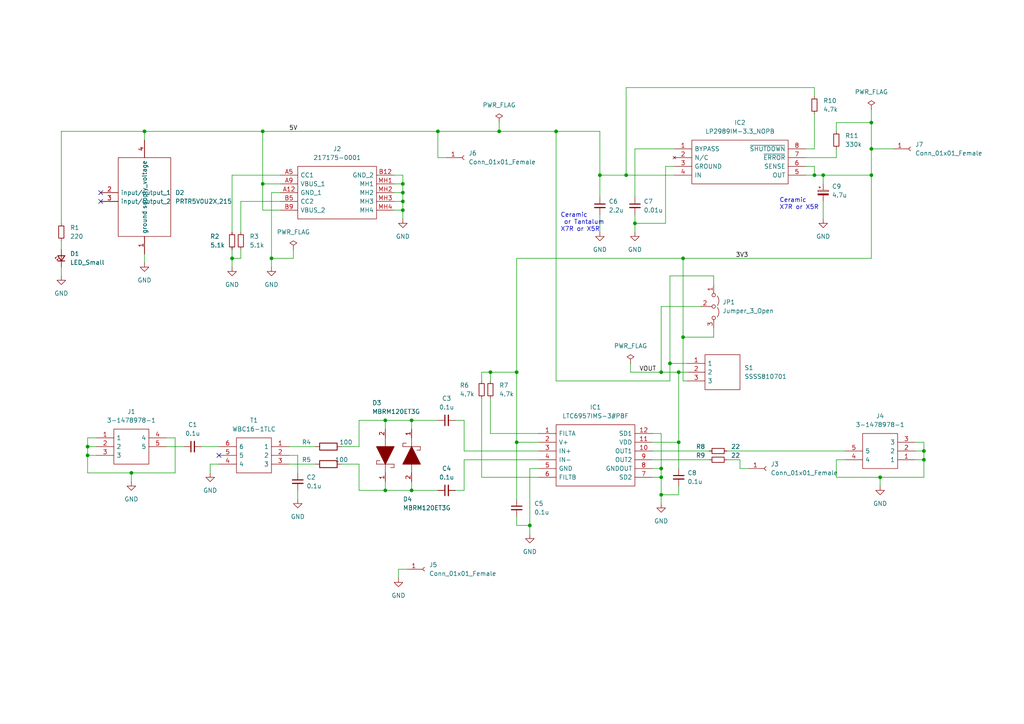
<source format=kicad_sch>
(kicad_sch (version 20211123) (generator eeschema)
  (paper "A4")
  (title_block (title "mt_signallevelconv") (date "2022-02-06") (rev "0.1") (comment 1 "(C) Masayuki Takagiwa"))
  (lib_symbols
    (symbol "Connector:Conn_01x01_Female" (pin_names (offset 1.016) hide)
      (property "Reference" "J" (at 0 2.54 0))
      (property "Value" "Conn_01x01_Female" (at 0 -2.54 0))
      (symbol "Conn_01x01_Female_1_1"
        (polyline (pts (xy -1.27 0) (xy -0.508 0)) (stroke (width 0.1524)))
        (arc (start 0 0.508) (mid -0.508 0) (end 0 -0.508) (stroke (width 0.1524)))
        (pin passive line (at -5.08 0 0) (length 3.81) (name "Pin_1") (number "1"))
      )
    )
    (symbol "Device:C_Polarized_Small" (pin_numbers hide) (pin_names (offset 0.254) hide)
      (property "Reference" "C" (at 0.254 1.778 0))
      (property "Value" "C_Polarized_Small" (at 0.254 -2.032 0))
      (symbol "C_Polarized_Small_0_1"
        (rectangle (start -1.524 -0.3048) (end 1.524 -0.6858) (fill (type outline)))
        (rectangle (start -1.524 0.6858) (end 1.524 0.3048))
        (polyline (pts (xy -1.27 1.524) (xy -0.762 1.524)))
        (polyline (pts (xy -1.016 1.27) (xy -1.016 1.778)))
      )
      (symbol "C_Polarized_Small_1_1"
        (pin passive line (at 0 2.54 270) (length 1.8542) (name "~") (number "1"))
        (pin passive line (at 0 -2.54 90) (length 1.8542) (name "~") (number "2"))
      )
    )
    (symbol "Device:C_Small" (pin_numbers hide) (pin_names (offset 0.254) hide)
      (property "Reference" "C" (at 0.254 1.778 0))
      (property "Value" "C_Small" (at 0.254 -2.032 0))
      (symbol "C_Small_0_1"
        (polyline (pts (xy -1.524 -0.508) (xy 1.524 -0.508)) (stroke (width 0.3302)))
        (polyline (pts (xy -1.524 0.508) (xy 1.524 0.508)) (stroke (width 0.3048)))
      )
      (symbol "C_Small_1_1"
        (pin passive line (at 0 2.54 270) (length 2.032) (name "~") (number "1"))
        (pin passive line (at 0 -2.54 90) (length 2.032) (name "~") (number "2"))
      )
    )
    (symbol "Device:LED_Small" (pin_numbers hide) (pin_names (offset 0.254) hide)
      (property "Reference" "D" (at -1.27 3.175 0))
      (property "Value" "LED_Small" (at -4.445 -2.54 0))
      (symbol "LED_Small_0_1"
        (polyline (pts (xy -0.762 -1.016) (xy -0.762 1.016)) (stroke (width 0.254)))
        (polyline (pts (xy 1.016 0) (xy -0.762 0)))
        (polyline (pts (xy 0.762 -1.016) (xy -0.762 0) (xy 0.762 1.016) (xy 0.762 -1.016)) (stroke (width 0.254)))
        (polyline (pts (xy 0 0.762) (xy -0.508 1.27) (xy -0.254 1.27) (xy -0.508 1.27) (xy -0.508 1.016)))
        (polyline (pts (xy 0.508 1.27) (xy 0 1.778) (xy 0.254 1.778) (xy 0 1.778) (xy 0 1.524)))
      )
      (symbol "LED_Small_1_1"
        (pin passive line (at -2.54 0 0) (length 1.778) (name "K") (number "1"))
        (pin passive line (at 2.54 0 180) (length 1.778) (name "A") (number "2"))
      )
    )
    (symbol "Device:R" (pin_numbers hide) (pin_names (offset 0))
      (property "Reference" "R" (at 2.032 0 90))
      (property "Value" "R" (at 0 0 90))
      (symbol "R_0_1"
        (rectangle (start -1.016 -2.54) (end 1.016 2.54) (stroke (width 0.254)))
      )
      (symbol "R_1_1"
        (pin passive line (at 0 3.81 270) (length 1.27) (name "~") (number "1"))
        (pin passive line (at 0 -3.81 90) (length 1.27) (name "~") (number "2"))
      )
    )
    (symbol "Device:R_Small" (pin_numbers hide) (pin_names (offset 0.254) hide)
      (property "Reference" "R" (at 0.762 0.508 0))
      (property "Value" "R_Small" (at 0.762 -1.016 0))
      (symbol "R_Small_0_1"
        (rectangle (start -0.762 1.778) (end 0.762 -1.778) (stroke (width 0.2032)))
      )
      (symbol "R_Small_1_1"
        (pin passive line (at 0 2.54 270) (length 0.762) (name "~") (number "1"))
        (pin passive line (at 0 -2.54 90) (length 0.762) (name "~") (number "2"))
      )
    )
    (symbol "Jumper:Jumper_3_Open" (pin_names (offset 0) hide)
      (property "Reference" "JP" (at -2.54 -2.54 0))
      (property "Value" "Jumper_3_Open" (at 0 2.794 0))
      (symbol "Jumper_3_Open_0_0"
        (circle (center -3.302 0) (radius 0.508))
        (circle (center 0 0) (radius 0.508))
        (circle (center 3.302 0) (radius 0.508))
      )
      (symbol "Jumper_3_Open_0_1"
        (arc (start -0.254 1.016) (mid -1.651 1.4992) (end -3.048 1.016))
        (polyline (pts (xy 0 -0.508) (xy 0 -1.27)))
        (arc (start 3.048 1.016) (mid 1.651 1.4992) (end 0.254 1.016))
      )
      (symbol "Jumper_3_Open_1_1"
        (pin passive line (at -6.35 0 0) (length 2.54) (name "A") (number "1"))
        (pin input line (at 0 -3.81 90) (length 2.54) (name "C") (number "2"))
        (pin passive line (at 6.35 0 180) (length 2.54) (name "B") (number "3"))
      )
    )
    (symbol "LibraryLoader:217175-0001" (pin_names (offset 0.762))
      (property "Reference" "J" (at 29.21 7.62 0))
      (property "Value" "217175-0001" (at 29.21 5.08 0))
      (symbol "217175-0001_0_0"
        (pin passive line (at 0 -5.08 0) (length 5.08) (name "GND_1") (number "A12"))
        (pin passive line (at 0 0 0) (length 5.08) (name "CC1") (number "A5"))
        (pin passive line (at 0 -2.54 0) (length 5.08) (name "VBUS_1") (number "A9"))
        (pin passive line (at 33.02 0 180) (length 5.08) (name "GND_2") (number "B12"))
        (pin passive line (at 0 -7.62 0) (length 5.08) (name "CC2") (number "B5"))
        (pin passive line (at 0 -10.16 0) (length 5.08) (name "VBUS_2") (number "B9"))
        (pin passive line (at 33.02 -2.54 180) (length 5.08) (name "MH1") (number "MH1"))
        (pin passive line (at 33.02 -5.08 180) (length 5.08) (name "MH2") (number "MH2"))
        (pin passive line (at 33.02 -7.62 180) (length 5.08) (name "MH3") (number "MH3"))
        (pin passive line (at 33.02 -10.16 180) (length 5.08) (name "MH4") (number "MH4"))
      )
      (symbol "217175-0001_0_1"
        (polyline (pts (xy 5.08 2.54) (xy 27.94 2.54) (xy 27.94 -12.7) (xy 5.08 -12.7) (xy 5.08 2.54)) (stroke (width 0.1524)))
      )
    )
    (symbol "LibraryLoader:3-1478978-1" (pin_names (offset 0.762))
      (property "Reference" "J" (at 16.51 7.62 0))
      (property "Value" "3-1478978-1" (at 16.51 5.08 0))
      (symbol "3-1478978-1_0_0"
        (pin passive line (at 0 0 0) (length 5.08) (name "1") (number "1"))
        (pin passive line (at 0 -2.54 0) (length 5.08) (name "2") (number "2"))
        (pin passive line (at 0 -5.08 0) (length 5.08) (name "3") (number "3"))
        (pin passive line (at 20.32 0 180) (length 5.08) (name "4") (number "4"))
        (pin passive line (at 20.32 -2.54 180) (length 5.08) (name "5") (number "5"))
      )
      (symbol "3-1478978-1_0_1"
        (polyline (pts (xy 5.08 2.54) (xy 15.24 2.54) (xy 15.24 -7.62) (xy 5.08 -7.62) (xy 5.08 2.54)) (stroke (width 0.1524)))
      )
    )
    (symbol "LibraryLoader:LP2989IM-3.3_NOPB" (pin_names (offset 0.762))
      (property "Reference" "IC" (at 34.29 7.62 0))
      (property "Value" "LP2989IM-3.3_NOPB" (at 34.29 5.08 0))
      (symbol "LP2989IM-3.3_NOPB_0_0"
        (pin passive line (at 0 0 0) (length 5.08) (name "BYPASS") (number "1"))
        (pin no_connect line (at 0 -2.54 0) (length 5.08) (name "N/C") (number "2"))
        (pin passive line (at 0 -5.08 0) (length 5.08) (name "GROUND") (number "3"))
        (pin passive line (at 0 -7.62 0) (length 5.08) (name "IN") (number "4"))
        (pin passive line (at 38.1 -7.62 180) (length 5.08) (name "OUT") (number "5"))
        (pin passive line (at 38.1 -5.08 180) (length 5.08) (name "SENSE") (number "6"))
        (pin passive line (at 38.1 -2.54 180) (length 5.08) (name "~{ERROR}") (number "7"))
        (pin passive line (at 38.1 0 180) (length 5.08) (name "~{SHUTDOWN}") (number "8"))
      )
      (symbol "LP2989IM-3.3_NOPB_0_1"
        (polyline (pts (xy 5.08 2.54) (xy 33.02 2.54) (xy 33.02 -10.16) (xy 5.08 -10.16) (xy 5.08 2.54)) (stroke (width 0.1524)))
      )
    )
    (symbol "LibraryLoader:LTC6957IMS-3#PBF" (pin_names (offset 0.762))
      (property "Reference" "IC" (at 29.21 7.62 0))
      (property "Value" "LTC6957IMS-3#PBF" (at 29.21 5.08 0))
      (symbol "LTC6957IMS-3#PBF_0_0"
        (pin input line (at 0 0 0) (length 5.08) (name "FILTA") (number "1"))
        (pin output line (at 33.02 -5.08 180) (length 5.08) (name "OUT1") (number "10"))
        (pin power_in line (at 33.02 -2.54 180) (length 5.08) (name "VDD") (number "11"))
        (pin input line (at 33.02 0 180) (length 5.08) (name "SD1") (number "12"))
        (pin power_in line (at 0 -2.54 0) (length 5.08) (name "V+") (number "2"))
        (pin input line (at 0 -5.08 0) (length 5.08) (name "IN+") (number "3"))
        (pin input line (at 0 -7.62 0) (length 5.08) (name "IN-") (number "4"))
        (pin power_in line (at 0 -10.16 0) (length 5.08) (name "GND") (number "5"))
        (pin input line (at 0 -12.7 0) (length 5.08) (name "FILTB") (number "6"))
        (pin input line (at 33.02 -12.7 180) (length 5.08) (name "SD2") (number "7"))
        (pin power_in line (at 33.02 -10.16 180) (length 5.08) (name "GNDOUT") (number "8"))
        (pin output line (at 33.02 -7.62 180) (length 5.08) (name "OUT2") (number "9"))
      )
      (symbol "LTC6957IMS-3#PBF_0_1"
        (polyline (pts (xy 5.08 2.54) (xy 27.94 2.54) (xy 27.94 -15.24) (xy 5.08 -15.24) (xy 5.08 2.54)) (stroke (width 0.1524)))
      )
    )
    (symbol "LibraryLoader:MBRM120ET3G" (pin_names (offset 0.762))
      (property "Reference" "D" (at 12.7 8.89 0))
      (property "Value" "MBRM120ET3G" (at 12.7 6.35 0))
      (symbol "MBRM120ET3G_0_0"
        (pin passive line (at 2.54 0 0) (length 2.54) (name "~") (number "1"))
        (pin passive line (at 17.78 0 180) (length 2.54) (name "~") (number "2"))
      )
      (symbol "MBRM120ET3G_0_1"
        (polyline (pts (xy 5.08 0) (xy 7.62 0)) (stroke (width 0.1524)))
        (polyline (pts (xy 7.62 2.54) (xy 7.62 -2.54)) (stroke (width 0.1524)))
        (polyline (pts (xy 12.7 0) (xy 15.24 0)) (stroke (width 0.1524)))
        (polyline (pts (xy 7.62 -2.54) (xy 6.604 -2.54) (xy 6.604 -1.524)) (stroke (width 0.1524)))
        (polyline (pts (xy 7.62 2.54) (xy 8.636 2.54) (xy 8.636 1.524)) (stroke (width 0.1524)))
        (polyline (pts (xy 7.62 0) (xy 12.7 2.54) (xy 12.7 -2.54) (xy 7.62 0)) (stroke (width 0.254)) (fill (type outline)))
      )
    )
    (symbol "LibraryLoader:PRTR5V0U2X,215" (pin_names (offset 0.762))
      (property "Reference" "D" (at 21.59 15.24 0))
      (property "Value" "PRTR5V0U2X,215" (at 21.59 12.7 0))
      (symbol "PRTR5V0U2X,215_0_0"
        (pin passive line (at 12.7 -17.78 90) (length 5.08) (name "ground") (number "1"))
        (pin passive line (at 0 0 0) (length 5.08) (name "input/output_1") (number "2"))
        (pin passive line (at 0 -2.54 0) (length 5.08) (name "input/output_2") (number "3"))
        (pin passive line (at 12.7 15.24 270) (length 5.08) (name "supply_voltage") (number "4"))
      )
      (symbol "PRTR5V0U2X,215_0_1"
        (polyline (pts (xy 5.08 10.16) (xy 20.32 10.16) (xy 20.32 -12.7) (xy 5.08 -12.7) (xy 5.08 10.16)) (stroke (width 0.1524)))
      )
    )
    (symbol "LibraryLoader:SSSS810701" (pin_names (offset 0.762))
      (property "Reference" "S" (at 16.51 7.62 0))
      (property "Value" "SSSS810701" (at 16.51 5.08 0))
      (symbol "SSSS810701_0_0"
        (pin passive line (at 0 0 0) (length 5.08) (name "1") (number "1"))
        (pin passive line (at 0 -2.54 0) (length 5.08) (name "2") (number "2"))
        (pin passive line (at 0 -5.08 0) (length 5.08) (name "3") (number "3"))
      )
      (symbol "SSSS810701_0_1"
        (polyline (pts (xy 5.08 2.54) (xy 15.24 2.54) (xy 15.24 -7.62) (xy 5.08 -7.62) (xy 5.08 2.54)) (stroke (width 0.1524)))
      )
    )
    (symbol "LibraryLoader:WBC16-1TLC" (pin_names (offset 0.762))
      (property "Reference" "T" (at 16.51 7.62 0))
      (property "Value" "WBC16-1TLC" (at 16.51 5.08 0))
      (symbol "WBC16-1TLC_0_0"
        (pin passive line (at 20.32 0 180) (length 5.08) (name "1") (number "1"))
        (pin passive line (at 20.32 -2.54 180) (length 5.08) (name "2") (number "2"))
        (pin passive line (at 20.32 -5.08 180) (length 5.08) (name "3") (number "3"))
        (pin passive line (at 0 -5.08 0) (length 5.08) (name "4") (number "4"))
        (pin passive line (at 0 -2.54 0) (length 5.08) (name "5") (number "5"))
        (pin passive line (at 0 0 0) (length 5.08) (name "6") (number "6"))
      )
      (symbol "WBC16-1TLC_0_1"
        (polyline (pts (xy 5.08 2.54) (xy 15.24 2.54) (xy 15.24 -7.62) (xy 5.08 -7.62) (xy 5.08 2.54)) (stroke (width 0.1524)))
      )
    )
    (symbol "power:GND" (power) (pin_names (offset 0))
      (property "Value" "GND" (at 0 -3.81 0))
      (symbol "GND_0_1"
        (polyline (pts (xy 0 0) (xy 0 -1.27) (xy 1.27 -1.27) (xy 0 -2.54) (xy -1.27 -1.27) (xy 0 -1.27)))
      )
      (symbol "GND_1_1"
        (pin power_in line (at 0 0 270) (length 0) hide (name "GND") (number "1"))
      )
    )
    (symbol "power:PWR_FLAG" (power) (pin_numbers hide) (pin_names (offset 0) hide)
      (property "Value" "PWR_FLAG" (at 0 3.81 0))
      (symbol "PWR_FLAG_0_0"
        (pin power_out line (at 0 0 90) (length 0) (name "pwr") (number "1"))
      )
      (symbol "PWR_FLAG_0_1"
        (polyline (pts (xy 0 0) (xy 0 1.27) (xy -1.016 1.905) (xy 0 2.54) (xy 1.016 1.905) (xy 0 1.27)))
      )
    )
  )
  (junction (at 196.85 128.27))
  (junction (at 116.84 55.88))
  (junction (at 38.1 137.16))
  (junction (at 255.27 138.43))
  (junction (at 111.76 142.24))
  (junction (at 78.74 74.93))
  (junction (at 252.73 50.8))
  (junction (at 191.77 135.89))
  (junction (at 144.78 38.1))
  (junction (at 67.31 74.93))
  (junction (at 191.77 143.51))
  (junction (at 76.2 53.34))
  (junction (at 198.12 74.93))
  (junction (at 236.22 50.8))
  (junction (at 119.38 121.92))
  (junction (at 76.2 38.1))
  (junction (at 119.38 142.24))
  (junction (at 191.77 138.43))
  (junction (at 191.77 107.95))
  (junction (at 173.99 50.8))
  (junction (at 116.84 60.96))
  (junction (at 252.73 43.18))
  (junction (at 267.97 130.81))
  (junction (at 149.86 128.27))
  (junction (at 194.31 105.41))
  (junction (at 196.85 107.95))
  (junction (at 127 38.1))
  (junction (at 25.4 129.54))
  (junction (at 153.67 152.4))
  (junction (at 41.91 38.1))
  (junction (at 116.84 58.42))
  (junction (at 111.76 121.92))
  (junction (at 267.97 133.35))
  (junction (at 198.12 97.79))
  (junction (at 116.84 53.34))
  (junction (at 161.29 38.1))
  (junction (at 149.86 107.95))
  (junction (at 252.73 35.56))
  (junction (at 238.76 50.8))
  (junction (at 142.24 107.95))
  (junction (at 181.61 50.8))
  (junction (at 184.15 64.77))
  (junction (at 25.4 132.08))
  (no_connect (at 63.5 132.08))
  (no_connect (at 29.21 55.88))
  (no_connect (at 29.21 58.42))
  (wire (pts (xy 38.1 137.16) (xy 38.1 139.7)))
  (wire (pts (xy 17.78 38.1) (xy 41.91 38.1)))
  (wire (pts (xy 149.86 128.27) (xy 156.21 128.27)))
  (wire (pts (xy 67.31 72.39) (xy 67.31 74.93)))
  (wire (pts (xy 242.57 133.35) (xy 242.57 138.43)))
  (wire (pts (xy 58.42 129.54) (xy 63.5 129.54)))
  (wire (pts (xy 127 38.1) (xy 144.78 38.1)))
  (wire (pts (xy 114.3 50.8) (xy 116.84 50.8)))
  (wire (pts (xy 267.97 128.27) (xy 265.43 128.27)))
  (wire (pts (xy 153.67 152.4) (xy 153.67 154.94)))
  (wire (pts (xy 114.3 58.42) (xy 116.84 58.42)))
  (wire (pts (xy 134.62 121.92) (xy 132.08 121.92)))
  (wire (pts (xy 189.23 135.89) (xy 191.77 135.89)))
  (wire (pts (xy 233.68 43.18) (xy 236.22 43.18)))
  (wire (pts (xy 214.63 135.89) (xy 217.17 135.89)))
  (wire (pts (xy 182.88 105.41) (xy 182.88 107.95)))
  (wire (pts (xy 267.97 138.43) (xy 267.97 133.35)))
  (wire (pts (xy 242.57 45.72) (xy 242.57 43.18)))
  (wire (pts (xy 111.76 139.7) (xy 111.76 142.24)))
  (wire (pts (xy 184.15 62.23) (xy 184.15 64.77)))
  (wire (pts (xy 118.11 165.1) (xy 115.57 165.1)))
  (wire (pts (xy 189.23 125.73) (xy 191.77 125.73)))
  (wire (pts (xy 104.14 121.92) (xy 111.76 121.92)))
  (wire (pts (xy 50.8 127) (xy 50.8 137.16)))
  (wire (pts (xy 48.26 127) (xy 50.8 127)))
  (wire (pts (xy 207.01 95.25) (xy 207.01 97.79)))
  (wire (pts (xy 111.76 121.92) (xy 119.38 121.92)))
  (wire (pts (xy 69.85 74.93) (xy 67.31 74.93)))
  (wire (pts (xy 203.2 88.9) (xy 191.77 88.9)))
  (wire (pts (xy 189.23 130.81) (xy 205.74 130.81)))
  (wire (pts (xy 67.31 74.93) (xy 67.31 77.47)))
  (wire (pts (xy 41.91 73.66) (xy 41.91 76.2)))
  (wire (pts (xy 76.2 53.34) (xy 81.28 53.34)))
  (wire (pts (xy 191.77 143.51) (xy 191.77 146.05)))
  (wire (pts (xy 144.78 38.1) (xy 161.29 38.1)))
  (wire (pts (xy 78.74 74.93) (xy 78.74 77.47)))
  (wire (pts (xy 236.22 43.18) (xy 236.22 33.02)))
  (wire (pts (xy 207.01 80.01) (xy 194.31 80.01)))
  (wire (pts (xy 252.73 35.56) (xy 242.57 35.56)))
  (wire (pts (xy 114.3 60.96) (xy 116.84 60.96)))
  (wire (pts (xy 149.86 107.95) (xy 149.86 128.27)))
  (wire (pts (xy 129.54 45.72) (xy 127 45.72)))
  (wire (pts (xy 184.15 57.15) (xy 184.15 43.18)))
  (wire (pts (xy 195.58 48.26) (xy 193.04 48.26)))
  (wire (pts (xy 149.86 152.4) (xy 153.67 152.4)))
  (wire (pts (xy 86.36 132.08) (xy 86.36 137.16)))
  (wire (pts (xy 184.15 64.77) (xy 184.15 67.31)))
  (wire (pts (xy 265.43 133.35) (xy 267.97 133.35)))
  (wire (pts (xy 184.15 43.18) (xy 195.58 43.18)))
  (wire (pts (xy 76.2 60.96) (xy 76.2 53.34)))
  (wire (pts (xy 149.86 144.78) (xy 149.86 128.27)))
  (wire (pts (xy 267.97 130.81) (xy 267.97 128.27)))
  (wire (pts (xy 161.29 110.49) (xy 161.29 38.1)))
  (wire (pts (xy 149.86 74.93) (xy 198.12 74.93)))
  (wire (pts (xy 198.12 97.79) (xy 207.01 97.79)))
  (wire (pts (xy 156.21 135.89) (xy 153.67 135.89)))
  (wire (pts (xy 25.4 129.54) (xy 25.4 132.08)))
  (wire (pts (xy 196.85 128.27) (xy 196.85 135.89)))
  (wire (pts (xy 81.28 55.88) (xy 78.74 55.88)))
  (wire (pts (xy 198.12 74.93) (xy 198.12 97.79)))
  (wire (pts (xy 85.09 72.39) (xy 85.09 74.93)))
  (wire (pts (xy 78.74 55.88) (xy 78.74 74.93)))
  (wire (pts (xy 189.23 128.27) (xy 196.85 128.27)))
  (wire (pts (xy 252.73 43.18) (xy 259.08 43.18)))
  (wire (pts (xy 69.85 58.42) (xy 81.28 58.42)))
  (wire (pts (xy 236.22 48.26) (xy 236.22 50.8)))
  (wire (pts (xy 194.31 110.49) (xy 161.29 110.49)))
  (wire (pts (xy 104.14 142.24) (xy 104.14 134.62)))
  (wire (pts (xy 233.68 48.26) (xy 236.22 48.26)))
  (wire (pts (xy 104.14 134.62) (xy 99.06 134.62)))
  (wire (pts (xy 50.8 137.16) (xy 38.1 137.16)))
  (wire (pts (xy 119.38 121.92) (xy 119.38 124.46)))
  (wire (pts (xy 236.22 25.4) (xy 181.61 25.4)))
  (wire (pts (xy 60.96 134.62) (xy 60.96 137.16)))
  (wire (pts (xy 111.76 121.92) (xy 111.76 124.46)))
  (wire (pts (xy 196.85 140.97) (xy 196.85 143.51)))
  (wire (pts (xy 267.97 133.35) (xy 267.97 130.81)))
  (wire (pts (xy 199.39 107.95) (xy 196.85 107.95)))
  (wire (pts (xy 76.2 38.1) (xy 127 38.1)))
  (wire (pts (xy 25.4 137.16) (xy 38.1 137.16)))
  (wire (pts (xy 99.06 129.54) (xy 104.14 129.54)))
  (wire (pts (xy 149.86 107.95) (xy 149.86 74.93)))
  (wire (pts (xy 198.12 97.79) (xy 198.12 110.49)))
  (wire (pts (xy 115.57 165.1) (xy 115.57 167.64)))
  (wire (pts (xy 17.78 38.1) (xy 17.78 64.77)))
  (wire (pts (xy 236.22 50.8) (xy 238.76 50.8)))
  (wire (pts (xy 189.23 133.35) (xy 205.74 133.35)))
  (wire (pts (xy 116.84 60.96) (xy 116.84 63.5)))
  (wire (pts (xy 67.31 50.8) (xy 81.28 50.8)))
  (wire (pts (xy 193.04 64.77) (xy 184.15 64.77)))
  (wire (pts (xy 119.38 121.92) (xy 127 121.92)))
  (wire (pts (xy 181.61 50.8) (xy 173.99 50.8)))
  (wire (pts (xy 153.67 135.89) (xy 153.67 152.4)))
  (wire (pts (xy 139.7 138.43) (xy 156.21 138.43)))
  (wire (pts (xy 236.22 27.94) (xy 236.22 25.4)))
  (wire (pts (xy 41.91 38.1) (xy 41.91 40.64)))
  (wire (pts (xy 134.62 133.35) (xy 134.62 142.24)))
  (wire (pts (xy 191.77 138.43) (xy 191.77 143.51)))
  (wire (pts (xy 119.38 142.24) (xy 111.76 142.24)))
  (wire (pts (xy 114.3 55.88) (xy 116.84 55.88)))
  (wire (pts (xy 67.31 50.8) (xy 67.31 67.31)))
  (wire (pts (xy 76.2 53.34) (xy 76.2 38.1)))
  (wire (pts (xy 83.82 134.62) (xy 91.44 134.62)))
  (wire (pts (xy 142.24 107.95) (xy 142.24 110.49)))
  (wire (pts (xy 214.63 133.35) (xy 214.63 135.89)))
  (wire (pts (xy 195.58 50.8) (xy 181.61 50.8)))
  (wire (pts (xy 85.09 74.93) (xy 78.74 74.93)))
  (wire (pts (xy 233.68 45.72) (xy 242.57 45.72)))
  (wire (pts (xy 81.28 60.96) (xy 76.2 60.96)))
  (wire (pts (xy 25.4 129.54) (xy 27.94 129.54)))
  (wire (pts (xy 161.29 38.1) (xy 173.99 38.1)))
  (wire (pts (xy 134.62 142.24) (xy 132.08 142.24)))
  (wire (pts (xy 265.43 130.81) (xy 267.97 130.81)))
  (wire (pts (xy 127 45.72) (xy 127 38.1)))
  (wire (pts (xy 191.77 125.73) (xy 191.77 135.89)))
  (wire (pts (xy 238.76 50.8) (xy 238.76 53.34)))
  (wire (pts (xy 207.01 82.55) (xy 207.01 80.01)))
  (wire (pts (xy 83.82 132.08) (xy 86.36 132.08)))
  (wire (pts (xy 116.84 53.34) (xy 116.84 55.88)))
  (wire (pts (xy 83.82 129.54) (xy 91.44 129.54)))
  (wire (pts (xy 134.62 130.81) (xy 134.62 121.92)))
  (wire (pts (xy 139.7 110.49) (xy 139.7 107.95)))
  (wire (pts (xy 191.77 107.95) (xy 196.85 107.95)))
  (wire (pts (xy 134.62 130.81) (xy 156.21 130.81)))
  (wire (pts (xy 142.24 107.95) (xy 149.86 107.95)))
  (wire (pts (xy 238.76 50.8) (xy 252.73 50.8)))
  (wire (pts (xy 252.73 43.18) (xy 252.73 35.56)))
  (wire (pts (xy 242.57 138.43) (xy 255.27 138.43)))
  (wire (pts (xy 173.99 50.8) (xy 173.99 57.15)))
  (wire (pts (xy 181.61 25.4) (xy 181.61 50.8)))
  (wire (pts (xy 255.27 138.43) (xy 255.27 140.97)))
  (wire (pts (xy 139.7 138.43) (xy 139.7 115.57)))
  (wire (pts (xy 27.94 127) (xy 25.4 127)))
  (wire (pts (xy 238.76 58.42) (xy 238.76 63.5)))
  (wire (pts (xy 194.31 105.41) (xy 199.39 105.41)))
  (wire (pts (xy 173.99 38.1) (xy 173.99 50.8)))
  (wire (pts (xy 48.26 129.54) (xy 53.34 129.54)))
  (wire (pts (xy 116.84 55.88) (xy 116.84 58.42)))
  (wire (pts (xy 196.85 107.95) (xy 196.85 128.27)))
  (wire (pts (xy 173.99 62.23) (xy 173.99 67.31)))
  (wire (pts (xy 189.23 138.43) (xy 191.77 138.43)))
  (wire (pts (xy 149.86 149.86) (xy 149.86 152.4)))
  (wire (pts (xy 210.82 130.81) (xy 245.11 130.81)))
  (wire (pts (xy 191.77 88.9) (xy 191.77 107.95)))
  (wire (pts (xy 194.31 80.01) (xy 194.31 105.41)))
  (wire (pts (xy 111.76 142.24) (xy 104.14 142.24)))
  (wire (pts (xy 134.62 133.35) (xy 156.21 133.35)))
  (wire (pts (xy 245.11 133.35) (xy 242.57 133.35)))
  (wire (pts (xy 193.04 48.26) (xy 193.04 64.77)))
  (wire (pts (xy 25.4 127) (xy 25.4 129.54)))
  (wire (pts (xy 194.31 105.41) (xy 194.31 110.49)))
  (wire (pts (xy 127 142.24) (xy 119.38 142.24)))
  (wire (pts (xy 25.4 132.08) (xy 27.94 132.08)))
  (wire (pts (xy 233.68 50.8) (xy 236.22 50.8)))
  (wire (pts (xy 104.14 129.54) (xy 104.14 121.92)))
  (wire (pts (xy 252.73 31.75) (xy 252.73 35.56)))
  (wire (pts (xy 191.77 135.89) (xy 191.77 138.43)))
  (wire (pts (xy 41.91 38.1) (xy 76.2 38.1)))
  (wire (pts (xy 139.7 107.95) (xy 142.24 107.95)))
  (wire (pts (xy 198.12 74.93) (xy 252.73 74.93)))
  (wire (pts (xy 142.24 125.73) (xy 142.24 115.57)))
  (wire (pts (xy 252.73 50.8) (xy 252.73 74.93)))
  (wire (pts (xy 17.78 77.47) (xy 17.78 80.01)))
  (wire (pts (xy 182.88 107.95) (xy 191.77 107.95)))
  (wire (pts (xy 242.57 35.56) (xy 242.57 38.1)))
  (wire (pts (xy 252.73 50.8) (xy 252.73 43.18)))
  (wire (pts (xy 142.24 125.73) (xy 156.21 125.73)))
  (wire (pts (xy 25.4 132.08) (xy 25.4 137.16)))
  (wire (pts (xy 17.78 69.85) (xy 17.78 72.39)))
  (wire (pts (xy 210.82 133.35) (xy 214.63 133.35)))
  (wire (pts (xy 199.39 110.49) (xy 198.12 110.49)))
  (wire (pts (xy 196.85 143.51) (xy 191.77 143.51)))
  (wire (pts (xy 69.85 58.42) (xy 69.85 67.31)))
  (wire (pts (xy 119.38 139.7) (xy 119.38 142.24)))
  (wire (pts (xy 63.5 134.62) (xy 60.96 134.62)))
  (wire (pts (xy 116.84 50.8) (xy 116.84 53.34)))
  (wire (pts (xy 69.85 72.39) (xy 69.85 74.93)))
  (wire (pts (xy 116.84 58.42) (xy 116.84 60.96)))
  (wire (pts (xy 86.36 142.24) (xy 86.36 144.78)))
  (wire (pts (xy 255.27 138.43) (xy 267.97 138.43)))
  (wire (pts (xy 144.78 35.56) (xy 144.78 38.1)))
  (wire (pts (xy 114.3 53.34) (xy 116.84 53.34)))
  (text "Ceramic\n or Tantalum\nX7R or X5R" (at 162.56 67.31 0) (effects (font (size 1.27 1.27)) (justify left bottom)))
  (text "Ceramic\nX7R or X5R" (at 226.06 60.96 0) (effects (font (size 1.27 1.27)) (justify left bottom)))
  (label "5V" (at 83.82 38.1 0))
  (label "3V3" (at 213.36 74.93 0))
  (label "VOUT" (at 185.42 107.95 0))
  (symbol (lib_id "Device:R_Small") (at 208.28 133.35 90) (unit 1)
    (property "Reference" "R9" (at 203.2 132.08 90))
    (property "Value" "22" (at 213.36 132.08 90))
    (property "Footprint" "Resistor_SMD:R_0805_2012Metric_Pad1.20x1.40mm_HandSolder" (effects hide))
  )
  (symbol (lib_id "Device:C_Small") (at 86.36 139.7 0) (unit 1)
    (property "Reference" "C2" (at 88.9 138.4362 0) (effects (justify left)))
    (property "Value" "0.1u" (at 88.9 140.9762 0) (effects (justify left)))
    (property "Footprint" "Capacitor_SMD:C_0805_2012Metric_Pad1.18x1.45mm_HandSolder" (effects hide))
  )
  (symbol (lib_id "Device:R") (at 95.25 129.54 90) (unit 1)
    (property "Reference" "R4" (at 88.9 128.27 90))
    (property "Value" "100" (at 100.33 128.27 90))
    (property "Footprint" "Resistor_SMD:R_0805_2012Metric_Pad1.20x1.40mm_HandSolder" (effects hide))
  )
  (symbol (lib_id "Connector:Conn_01x01_Female") (at 222.25 135.89 0) (unit 1)
    (property "Reference" "J3" (at 223.52 134.6199 0) (effects (justify left)))
    (property "Value" "Conn_01x01_Female" (at 223.52 137.1599 0) (effects (justify left)))
    (property "Footprint" "Connector_PinSocket_2.54mm:PinSocket_1x01_P2.54mm_Vertical" (effects hide))
  )
  (symbol (lib_id "power:GND") (at 38.1 139.7 0) (unit 1)
    (property "Reference" "#PWR03" (effects hide))
    (property "Value" "GND" (at 38.1 144.78 0))
  )
  (symbol (lib_id "power:PWR_FLAG") (at 182.88 105.41 0) (unit 1)
    (property "Reference" "#FLG03" (effects hide))
    (property "Value" "PWR_FLAG" (at 182.88 100.33 0))
  )
  (symbol (lib_id "LibraryLoader:3-1478978-1") (at 27.94 127 0) (unit 1)
    (property "Reference" "J1" (at 38.1 119.38 0))
    (property "Value" "3-1478978-1" (at 38.1 121.92 0))
    (property "Footprint" "LibraryLoader:3-1478978-1" (effects hide))
    (property "Datasheet" "http://www.te.com/commerce/DocumentDelivery/DDEController?Action=showdoc&DocId=Customer+Drawing%7F1478978%7FD%7Fpdf%7FEnglish%7FENG_CD_1478978_D.pdf%7F3-1478978-1" (effects hide))
    (property "Description" "SMA right angle PCB socket TE Connectivity Right Angle 50 Through Hole SMA Connector, jack, Solder Termination Coaxial" (effects hide))
    (property "Mouser Part Number" "571-3-1478978-1" (effects hide))
    (property "Mouser Price/Stock" "https://www.mouser.co.uk/ProductDetail/TE-Connectivity/3-1478978-1?qs=Vcr9%2FL0R50iRERB%252Br7Gnqw%3D%3D" (effects hide))
    (property "Manufacturer_Name" "TE Connectivity" (effects hide))
    (property "Manufacturer_Part_Number" "3-1478978-1" (effects hide))
  )
  (symbol (lib_id "LibraryLoader:217175-0001") (at 81.28 50.8 0) (unit 1)
    (property "Reference" "J2" (at 97.79 43.18 0))
    (property "Value" "217175-0001" (at 97.79 45.72 0))
    (property "Footprint" "LibraryLoader:2171750001" (effects hide))
    (property "Datasheet" "https://www.molex.com/pdm_docs/sd/2171750001_sd.pdf" (effects hide))
    (property "Description" "Connector USB Type C Female 6Positions 0.5mm Right Angle SMT Embossed T/R - Tape and Reel" (effects hide))
    (property "Height" "3.46" (effects hide))
    (property "Mouser Part Number" "538-217175-0001" (effects hide))
    (property "Mouser Price/Stock" "https://www.mouser.co.uk/ProductDetail/Molex/217175-0001?qs=DRkmTr78QARWJMiqNnldSg%3D%3D" (effects hide))
    (property "Manufacturer_Name" "Molex" (effects hide))
    (property "Manufacturer_Part_Number" "217175-0001" (effects hide))
  )
  (symbol (lib_id "power:GND") (at 153.67 154.94 0) (unit 1)
    (property "Reference" "#PWR09" (effects hide))
    (property "Value" "GND" (at 153.67 160.02 0))
  )
  (symbol (lib_id "power:GND") (at 60.96 137.16 0) (unit 1)
    (property "Reference" "#PWR04" (effects hide))
    (property "Value" "GND" (at 60.96 142.24 0))
  )
  (symbol (lib_id "LibraryLoader:PRTR5V0U2X,215") (at 29.21 55.88 0) (unit 1)
    (property "Reference" "D2" (at 50.8 55.8799 0) (effects (justify left)))
    (property "Value" "PRTR5V0U2X,215" (at 50.8 58.4199 0) (effects (justify left)))
    (property "Footprint" "LibraryLoader:PRTR5V0U2X" (effects hide))
    (property "Datasheet" "https://assets.nexperia.com/documents/data-sheet/PRTR5V0U2X.pdf" (effects hide))
    (property "Description" "ESD Protection Diodes 5.5V Dual SOT143B NXP PRTR5V0U2X,215 Dual Uni-Directional TVS Diode, 4-Pin SOT-143B" (effects hide))
    (property "Height" "1.1" (effects hide))
    (property "Mouser Part Number" "771-PRTR5V0U2X-T/R" (effects hide))
    (property "Mouser Price/Stock" "https://www.mouser.co.uk/ProductDetail/Nexperia/PRTR5V0U2X215?qs=LOCUfHb8d9sDkgY4cRj8Lw%3D%3D" (effects hide))
    (property "Manufacturer_Name" "Nexperia" (effects hide))
    (property "Manufacturer_Part_Number" "PRTR5V0U2X,215" (effects hide))
  )
  (symbol (lib_id "Device:R") (at 95.25 134.62 90) (unit 1)
    (property "Reference" "R5" (at 88.9 133.35 90))
    (property "Value" "100" (at 99.06 133.35 90))
    (property "Footprint" "Resistor_SMD:R_0805_2012Metric_Pad1.20x1.40mm_HandSolder" (effects hide))
  )
  (symbol (lib_id "Device:C_Polarized_Small") (at 238.76 55.88 0) (unit 1)
    (property "Reference" "C9" (at 241.3 54.0638 0) (effects (justify left)))
    (property "Value" "4.7u" (at 241.3 56.6038 0) (effects (justify left)))
    (property "Footprint" "Capacitor_SMD:C_0805_2012Metric_Pad1.18x1.45mm_HandSolder" (effects hide))
  )
  (symbol (lib_id "Jumper:Jumper_3_Open") (at 207.01 88.9 270) (unit 1)
    (property "Reference" "JP1" (at 209.55 87.6299 90) (effects (justify left)))
    (property "Value" "Jumper_3_Open" (at 209.55 90.1699 90) (effects (justify left)))
    (property "Footprint" "Jumper:SolderJumper-3_P2.0mm_Open_TrianglePad1.0x1.5mm" (effects hide))
  )
  (symbol (lib_id "power:GND") (at 17.78 80.01 0) (unit 1)
    (property "Reference" "#PWR01" (effects hide))
    (property "Value" "GND" (at 17.78 85.09 0))
  )
  (symbol (lib_id "LibraryLoader:LP2989IM-3.3_NOPB") (at 195.58 43.18 0) (unit 1)
    (property "Reference" "IC2" (at 214.63 35.56 0))
    (property "Value" "LP2989IM-3.3_NOPB" (at 214.63 38.1 0))
    (property "Footprint" "LibraryLoader:SOIC127P600X175-8N" (effects hide))
    (property "Datasheet" "http://www.ti.com/lit/ds/symlink/lp2989.pdf" (effects hide))
    (property "Description" "Micropower/Low Noise, 500 mA Ultra Low-Dropout Regulator" (effects hide))
    (property "Height" "1.75" (effects hide))
    (property "Mouser Part Number" "926-2989IM-3.3/NOPB" (effects hide))
    (property "Mouser Price/Stock" "https://www.mouser.co.uk/ProductDetail/Texas-Instruments/LP2989IM-33-NOPB?qs=1FNqv8aZn1Tm79MYQqSiDQ%3D%3D" (effects hide))
    (property "Manufacturer_Name" "Texas Instruments" (effects hide))
    (property "Manufacturer_Part_Number" "LP2989IM-3.3/NOPB" (effects hide))
  )
  (symbol (lib_id "Device:R_Small") (at 236.22 30.48 0) (unit 1)
    (property "Reference" "R10" (at 238.76 29.2099 0) (effects (justify left)))
    (property "Value" "4.7k" (at 238.76 31.7499 0) (effects (justify left)))
    (property "Footprint" "Resistor_SMD:R_0805_2012Metric_Pad1.20x1.40mm_HandSolder" (effects hide))
  )
  (symbol (lib_id "power:GND") (at 173.99 67.31 0) (unit 1)
    (property "Reference" "#PWR010" (effects hide))
    (property "Value" "GND" (at 173.99 72.39 0))
  )
  (symbol (lib_id "Device:R_Small") (at 139.7 113.03 0) (unit 1)
    (property "Reference" "R6" (at 133.35 111.76 0) (effects (justify left)))
    (property "Value" "4.7k" (at 133.35 114.3 0) (effects (justify left)))
    (property "Footprint" "Resistor_SMD:R_0805_2012Metric_Pad1.20x1.40mm_HandSolder" (effects hide))
  )
  (symbol (lib_id "Device:R_Small") (at 17.78 67.31 0) (unit 1)
    (property "Reference" "R1" (at 20.32 66.0399 0) (effects (justify left)))
    (property "Value" "220" (at 20.32 68.5799 0) (effects (justify left)))
    (property "Footprint" "Resistor_SMD:R_0805_2012Metric_Pad1.20x1.40mm_HandSolder" (effects hide))
  )
  (symbol (lib_id "LibraryLoader:LTC6957IMS-3#PBF") (at 156.21 125.73 0) (unit 1)
    (property "Reference" "IC1" (at 172.72 118.11 0))
    (property "Value" "LTC6957IMS-3#PBF" (at 172.72 120.65 0))
    (property "Footprint" "LibraryLoader:SOP65P490X110-12N" (effects hide))
    (property "Datasheet" "https://ms.componentsearchengine.com/Datasheets/34/LTC6957IMS-3#PBF.pdf" (effects hide))
    (property "Description" "Clock Buffer Low Phase Noise, Dual Output Buffer/Driver/Logic Converter with CMOS Outputs" (effects hide))
    (property "Height" "1.1" (effects hide))
    (property "Manufacturer_Name" "Analog Devices" (effects hide))
    (property "Manufacturer_Part_Number" "LTC6957IMS-3#PBF" (effects hide))
  )
  (symbol (lib_id "power:GND") (at 191.77 146.05 0) (unit 1)
    (property "Reference" "#PWR012" (effects hide))
    (property "Value" "GND" (at 191.77 151.13 0))
  )
  (symbol (lib_id "Device:C_Small") (at 129.54 121.92 90) (unit 1)
    (property "Reference" "C3" (at 129.5463 115.57 90))
    (property "Value" "0.1u" (at 129.5463 118.11 90))
    (property "Footprint" "Capacitor_SMD:C_0805_2012Metric_Pad1.18x1.45mm_HandSolder" (effects hide))
  )
  (symbol (lib_id "Device:LED_Small") (at 17.78 74.93 90) (unit 1)
    (property "Reference" "D1" (at 20.32 73.5964 90) (effects (justify right)))
    (property "Value" "LED_Small" (at 20.32 76.1364 90) (effects (justify right)))
    (property "Footprint" "LED_SMD:LED_0805_2012Metric_Pad1.15x1.40mm_HandSolder" (effects hide))
  )
  (symbol (lib_id "power:PWR_FLAG") (at 85.09 72.39 0) (unit 1)
    (property "Reference" "#FLG01" (effects hide))
    (property "Value" "PWR_FLAG" (at 85.09 67.31 0))
  )
  (symbol (lib_id "power:GND") (at 184.15 67.31 0) (unit 1)
    (property "Reference" "#PWR011" (effects hide))
    (property "Value" "GND" (at 184.15 72.39 0))
  )
  (symbol (lib_id "Device:C_Small") (at 55.88 129.54 90) (unit 1)
    (property "Reference" "C1" (at 55.8863 123.19 90))
    (property "Value" "0.1u" (at 55.8863 125.73 90))
    (property "Footprint" "Capacitor_SMD:C_0805_2012Metric_Pad1.18x1.45mm_HandSolder" (effects hide))
  )
  (symbol (lib_id "power:GND") (at 67.31 77.47 0) (unit 1)
    (property "Reference" "#PWR05" (effects hide))
    (property "Value" "GND" (at 67.31 82.55 0))
  )
  (symbol (lib_id "LibraryLoader:SSSS810701") (at 199.39 105.41 0) (unit 1)
    (property "Reference" "S1" (at 215.9 106.6799 0) (effects (justify left)))
    (property "Value" "SSSS810701" (at 215.9 109.2199 0) (effects (justify left)))
    (property "Footprint" "LibraryLoader:SSSS810701" (effects hide))
    (property "Datasheet" "http://www.alps.com/prod/info/E/HTML/Switch/Slide/SSSS8/SSSS810701.html" (effects hide))
    (property "Description" "Slide Switches Horiz 1 Pole 2 Pos 1.1 Knob 1.5 Travel" (effects hide))
    (property "Mouser Part Number" "688-SSSS810701" (effects hide))
    (property "Mouser Price/Stock" "https://www.mouser.co.uk/ProductDetail/ALPS/SSSS810701?qs=uROlC5LSwk1OL7pdbC2yLg%3D%3D" (effects hide))
    (property "Manufacturer_Name" "ALPS Electric" (effects hide))
    (property "Manufacturer_Part_Number" "SSSS810701" (effects hide))
  )
  (symbol (lib_id "Device:R_Small") (at 242.57 40.64 0) (unit 1)
    (property "Reference" "R11" (at 245.11 39.3699 0) (effects (justify left)))
    (property "Value" "330k" (at 245.11 41.9099 0) (effects (justify left)))
    (property "Footprint" "Resistor_SMD:R_0805_2012Metric_Pad1.20x1.40mm_HandSolder" (effects hide))
  )
  (symbol (lib_id "Connector:Conn_01x01_Female") (at 264.16 43.18 0) (unit 1)
    (property "Reference" "J7" (at 265.43 41.9099 0) (effects (justify left)))
    (property "Value" "Conn_01x01_Female" (at 265.43 44.4499 0) (effects (justify left)))
    (property "Footprint" "Connector_PinSocket_2.54mm:PinSocket_1x01_P2.54mm_Vertical" (effects hide))
  )
  (symbol (lib_id "power:GND") (at 238.76 63.5 0) (unit 1)
    (property "Reference" "#PWR013" (effects hide))
    (property "Value" "GND" (at 238.76 68.58 0))
  )
  (symbol (lib_id "LibraryLoader:WBC16-1TLC") (at 63.5 129.54 0) (unit 1)
    (property "Reference" "T1" (at 73.66 121.92 0))
    (property "Value" "WBC16-1TLC" (at 73.66 124.46 0))
    (property "Footprint" "LibraryLoader:WBC161TLC" (effects hide))
    (property "Datasheet" "https://www.coilcraft.com/pdfs/wbc.pdf" (effects hide))
    (property "Description" "COILCRAFT - WBC16-1TLC - WIDEBAND TRANSFORMER, 1:16, 0.6 - 300MHZ" (effects hide))
    (property "Height" "3" (effects hide))
    (property "Mouser Part Number" "994-WBC16-1TLC" (effects hide))
    (property "Mouser Price/Stock" "https://www.mouser.co.uk/ProductDetail/Coilcraft/WBC16-1TLC?qs=ZYnrCdKdyecVxqaTEWYdxw%3D%3D" (effects hide))
    (property "Manufacturer_Name" "COILCRAFT" (effects hide))
    (property "Manufacturer_Part_Number" "WBC16-1TLC" (effects hide))
  )
  (symbol (lib_id "Device:C_Small") (at 149.86 147.32 0) (unit 1)
    (property "Reference" "C5" (at 154.94 146.05 0) (effects (justify left)))
    (property "Value" "0.1u" (at 154.94 148.59 0) (effects (justify left)))
    (property "Footprint" "Capacitor_SMD:C_0805_2012Metric_Pad1.18x1.45mm_HandSolder" (effects hide))
  )
  (symbol (lib_id "power:GND") (at 116.84 63.5 0) (unit 1)
    (property "Reference" "#PWR08" (effects hide))
    (property "Value" "GND" (at 116.84 68.58 0))
  )
  (symbol (lib_id "Connector:Conn_01x01_Female") (at 134.62 45.72 0) (unit 1)
    (property "Reference" "J6" (at 135.89 44.4499 0) (effects (justify left)))
    (property "Value" "Conn_01x01_Female" (at 135.89 46.9899 0) (effects (justify left)))
    (property "Footprint" "Connector_PinSocket_2.54mm:PinSocket_1x01_P2.54mm_Vertical" (effects hide))
  )
  (symbol (lib_id "Device:R_Small") (at 67.31 69.85 0) (unit 1)
    (property "Reference" "R2" (at 60.96 68.58 0) (effects (justify left)))
    (property "Value" "5.1k" (at 60.96 71.12 0) (effects (justify left)))
    (property "Footprint" "Resistor_SMD:R_0805_2012Metric_Pad1.20x1.40mm_HandSolder" (effects hide))
  )
  (symbol (lib_id "LibraryLoader:3-1478978-1") (at 265.43 133.35 180) (unit 1)
    (property "Reference" "J4" (at 255.27 120.65 0))
    (property "Value" "3-1478978-1" (at 255.27 123.19 0))
    (property "Footprint" "LibraryLoader:3-1478978-1" (effects hide))
    (property "Datasheet" "http://www.te.com/commerce/DocumentDelivery/DDEController?Action=showdoc&DocId=Customer+Drawing%7F1478978%7FD%7Fpdf%7FEnglish%7FENG_CD_1478978_D.pdf%7F3-1478978-1" (effects hide))
    (property "Description" "SMA right angle PCB socket TE Connectivity Right Angle 50 Through Hole SMA Connector, jack, Solder Termination Coaxial" (effects hide))
    (property "Mouser Part Number" "571-3-1478978-1" (effects hide))
    (property "Mouser Price/Stock" "https://www.mouser.co.uk/ProductDetail/TE-Connectivity/3-1478978-1?qs=Vcr9%2FL0R50iRERB%252Br7Gnqw%3D%3D" (effects hide))
    (property "Manufacturer_Name" "TE Connectivity" (effects hide))
    (property "Manufacturer_Part_Number" "3-1478978-1" (effects hide))
  )
  (symbol (lib_id "power:GND") (at 86.36 144.78 0) (unit 1)
    (property "Reference" "#PWR07" (effects hide))
    (property "Value" "GND" (at 86.36 149.86 0))
  )
  (symbol (lib_id "Device:R_Small") (at 208.28 130.81 90) (unit 1)
    (property "Reference" "R8" (at 203.2 129.54 90))
    (property "Value" "22" (at 213.36 129.54 90))
    (property "Footprint" "Resistor_SMD:R_0805_2012Metric_Pad1.20x1.40mm_HandSolder" (effects hide))
  )
  (symbol (lib_id "Device:R_Small") (at 69.85 69.85 0) (unit 1)
    (property "Reference" "R3" (at 72.39 68.5799 0) (effects (justify left)))
    (property "Value" "5.1k" (at 72.39 71.1199 0) (effects (justify left)))
    (property "Footprint" "Resistor_SMD:R_0805_2012Metric_Pad1.20x1.40mm_HandSolder" (effects hide))
  )
  (symbol (lib_id "LibraryLoader:MBRM120ET3G") (at 119.38 121.92 270) (unit 1)
    (property "Reference" "D4" (at 116.84 144.78 90) (effects (justify left)))
    (property "Value" "MBRM120ET3G" (at 116.84 147.32 90) (effects (justify left)))
    (property "Footprint" "LibraryLoader:MBRM120ET3G" (effects hide))
    (property "Datasheet" "http://www.onsemi.com/pub/Collateral/MBRM120E-D.PDF" (effects hide))
    (property "Description" "ON Semi 20V 1A, Diode, 2-Pin POWERMITE MBRM120ET3G" (effects hide))
    (property "Height" "1.15" (effects hide))
    (property "Mouser Part Number" "863-MBRM120ET3G" (effects hide))
    (property "Mouser Price/Stock" "https://www.mouser.co.uk/ProductDetail/onsemi/MBRM120ET3G?qs=3JMERSakebqQQuXG42Lkdg%3D%3D" (effects hide))
    (property "Manufacturer_Name" "ON Semiconductor" (effects hide))
    (property "Manufacturer_Part_Number" "MBRM120ET3G" (effects hide))
  )
  (symbol (lib_id "power:GND") (at 255.27 140.97 0) (unit 1)
    (property "Reference" "#PWR014" (effects hide))
    (property "Value" "GND" (at 255.27 146.05 0))
  )
  (symbol (lib_id "power:GND") (at 78.74 77.47 0) (unit 1)
    (property "Reference" "#PWR06" (effects hide))
    (property "Value" "GND" (at 78.74 82.55 0))
  )
  (symbol (lib_id "Device:C_Small") (at 173.99 59.69 0) (unit 1)
    (property "Reference" "C6" (at 176.53 58.4262 0) (effects (justify left)))
    (property "Value" "2.2u" (at 176.53 60.9662 0) (effects (justify left)))
    (property "Footprint" "Capacitor_SMD:C_0805_2012Metric_Pad1.18x1.45mm_HandSolder" (effects hide))
  )
  (symbol (lib_id "Connector:Conn_01x01_Female") (at 123.19 165.1 0) (unit 1)
    (property "Reference" "J5" (at 124.46 163.8299 0) (effects (justify left)))
    (property "Value" "Conn_01x01_Female" (at 124.46 166.3699 0) (effects (justify left)))
    (property "Footprint" "Connector_PinSocket_2.54mm:PinSocket_1x01_P2.54mm_Vertical" (effects hide))
  )
  (symbol (lib_id "Device:R_Small") (at 142.24 113.03 0) (unit 1)
    (property "Reference" "R7" (at 144.78 111.7599 0) (effects (justify left)))
    (property "Value" "4.7k" (at 144.78 114.2999 0) (effects (justify left)))
    (property "Footprint" "Resistor_SMD:R_0805_2012Metric_Pad1.20x1.40mm_HandSolder" (effects hide))
  )
  (symbol (lib_id "power:PWR_FLAG") (at 252.73 31.75 0) (unit 1)
    (property "Reference" "#FLG04" (effects hide))
    (property "Value" "PWR_FLAG" (at 252.73 26.67 0))
  )
  (symbol (lib_id "Device:C_Small") (at 129.54 142.24 90) (unit 1)
    (property "Reference" "C4" (at 129.5463 135.89 90))
    (property "Value" "0.1u" (at 129.5463 138.43 90))
    (property "Footprint" "Capacitor_SMD:C_0805_2012Metric_Pad1.18x1.45mm_HandSolder" (effects hide))
  )
  (symbol (lib_id "power:PWR_FLAG") (at 144.78 35.56 0) (unit 1)
    (property "Reference" "#FLG02" (effects hide))
    (property "Value" "PWR_FLAG" (at 144.78 30.48 0))
  )
  (symbol (lib_id "Device:C_Small") (at 184.15 59.69 0) (unit 1)
    (property "Reference" "C7" (at 186.69 58.4262 0) (effects (justify left)))
    (property "Value" "0.01u" (at 186.69 60.9662 0) (effects (justify left)))
    (property "Footprint" "Capacitor_SMD:C_0805_2012Metric_Pad1.18x1.45mm_HandSolder" (effects hide))
  )
  (symbol (lib_id "LibraryLoader:MBRM120ET3G") (at 111.76 142.24 90) (unit 1)
    (property "Reference" "D3" (at 107.95 116.84 90) (effects (justify right)))
    (property "Value" "MBRM120ET3G" (at 107.95 119.38 90) (effects (justify right)))
    (property "Footprint" "LibraryLoader:MBRM120ET3G" (effects hide))
    (property "Datasheet" "http://www.onsemi.com/pub/Collateral/MBRM120E-D.PDF" (effects hide))
    (property "Description" "ON Semi 20V 1A, Diode, 2-Pin POWERMITE MBRM120ET3G" (effects hide))
    (property "Height" "1.15" (effects hide))
    (property "Mouser Part Number" "863-MBRM120ET3G" (effects hide))
    (property "Mouser Price/Stock" "https://www.mouser.co.uk/ProductDetail/onsemi/MBRM120ET3G?qs=3JMERSakebqQQuXG42Lkdg%3D%3D" (effects hide))
    (property "Manufacturer_Name" "ON Semiconductor" (effects hide))
    (property "Manufacturer_Part_Number" "MBRM120ET3G" (effects hide))
  )
  (symbol (lib_id "Device:C_Small") (at 196.85 138.43 0) (unit 1)
    (property "Reference" "C8" (at 199.39 137.1662 0) (effects (justify left)))
    (property "Value" "0.1u" (at 199.39 139.7062 0) (effects (justify left)))
    (property "Footprint" "Capacitor_SMD:C_0805_2012Metric_Pad1.18x1.45mm_HandSolder" (effects hide))
  )
  (symbol (lib_id "power:GND") (at 115.57 167.64 0) (unit 1)
    (property "Reference" "#PWR0101" (effects hide))
    (property "Value" "GND" (at 115.57 172.72 0))
  )
  (symbol (lib_id "power:GND") (at 41.91 76.2 0) (unit 1)
    (property "Reference" "#PWR02" (effects hide))
    (property "Value" "GND" (at 41.91 81.28 0))
  )
)
</source>
